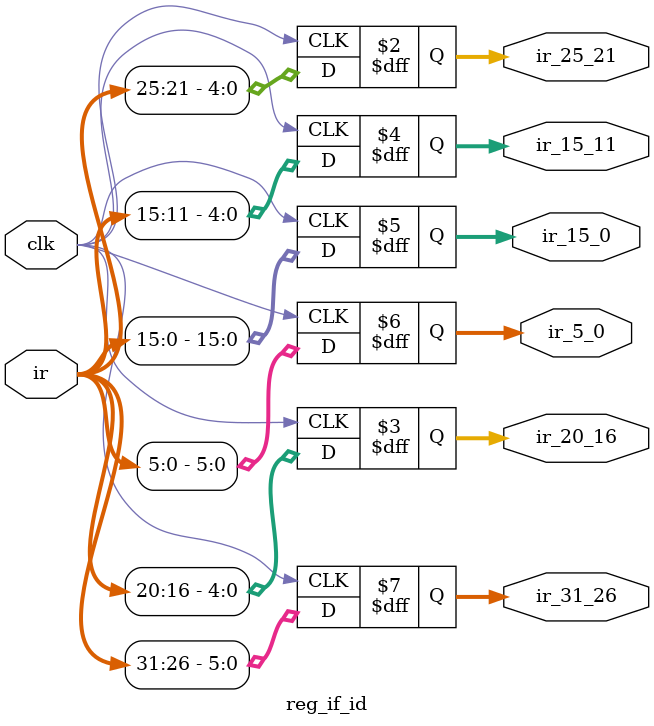
<source format=v>
`timescale 1ns / 1ps
module reg_if_id(
	input wire [31:0]ir,
	
	output reg [4:0]ir_25_21, // bits del 21 al 25 de IR para la entrada d1 del banco de registros
	output reg [4:0]ir_20_16, // bits del 16 al 20 de IR para la entrada d2 del banco de registros y del mux para el write reg
	output reg [4:0]ir_15_11, // bits del 15 al 11 como entrada del mux para el write reg
	output reg [15:0]ir_15_0, // bits del 15 al 0 para el sign extend
	output reg [5:0]ir_5_0, // bits del 5 al 0 para el ALU control
	output reg [5:0]ir_31_26, // bits del 31 al 26 para la unidad de control
	
	input wire clk
    );
	 
	 always @(posedge clk)
	 begin
	 
	 ir_25_21 <= ir[25:21];
	 ir_20_16 <= ir[20:16];
	 ir_15_11 <= ir[15:11];
	 ir_15_0 <= ir[15:0];
	 ir_5_0 <= ir[5:0];
	 ir_31_26 <= ir[31:26];
	 
	 end


endmodule

</source>
